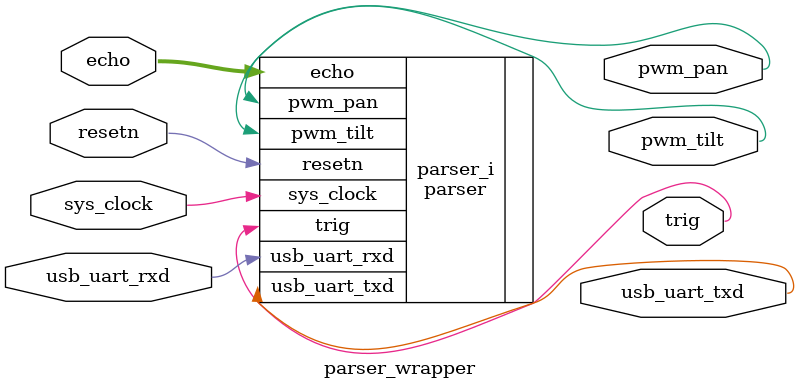
<source format=v>
`timescale 1 ps / 1 ps

module parser_wrapper
   (echo,
    pwm_pan,
    pwm_tilt,
    resetn,
    sys_clock,
    trig,
    usb_uart_rxd,
    usb_uart_txd);
  input [11:0]echo;
  output pwm_pan;
  output pwm_tilt;
  input resetn;
  input sys_clock;
  output trig;
  input usb_uart_rxd;
  output usb_uart_txd;

  wire [11:0]echo;
  wire pwm_pan;
  wire pwm_tilt;
  wire resetn;
  wire sys_clock;
  wire trig;
  wire usb_uart_rxd;
  wire usb_uart_txd;

  parser parser_i
       (.echo(echo),
        .pwm_pan(pwm_pan),
        .pwm_tilt(pwm_tilt),
        .resetn(resetn),
        .sys_clock(sys_clock),
        .trig(trig),
        .usb_uart_rxd(usb_uart_rxd),
        .usb_uart_txd(usb_uart_txd));
endmodule

</source>
